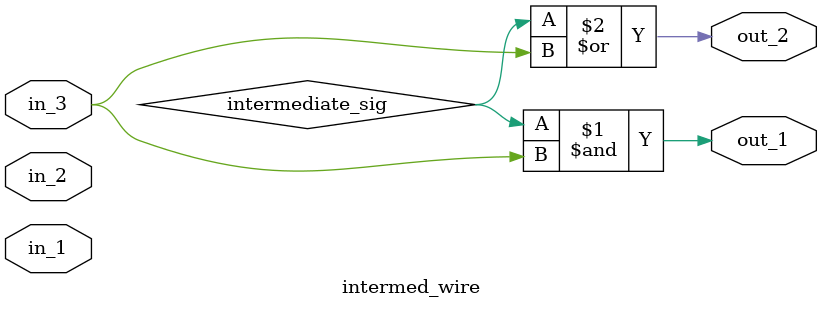
<source format=v>
module intermed_wire(in_1,in_2,in_3,out_1,out_2);
input in_1;
input in_2;
input in_3;
output out_1;
output out_2;
wire intermediate_sig;
assign out_1=intermediate_sig & in_3;
assign out_2 = intermediate_sig | in_3;
endmodule
</source>
